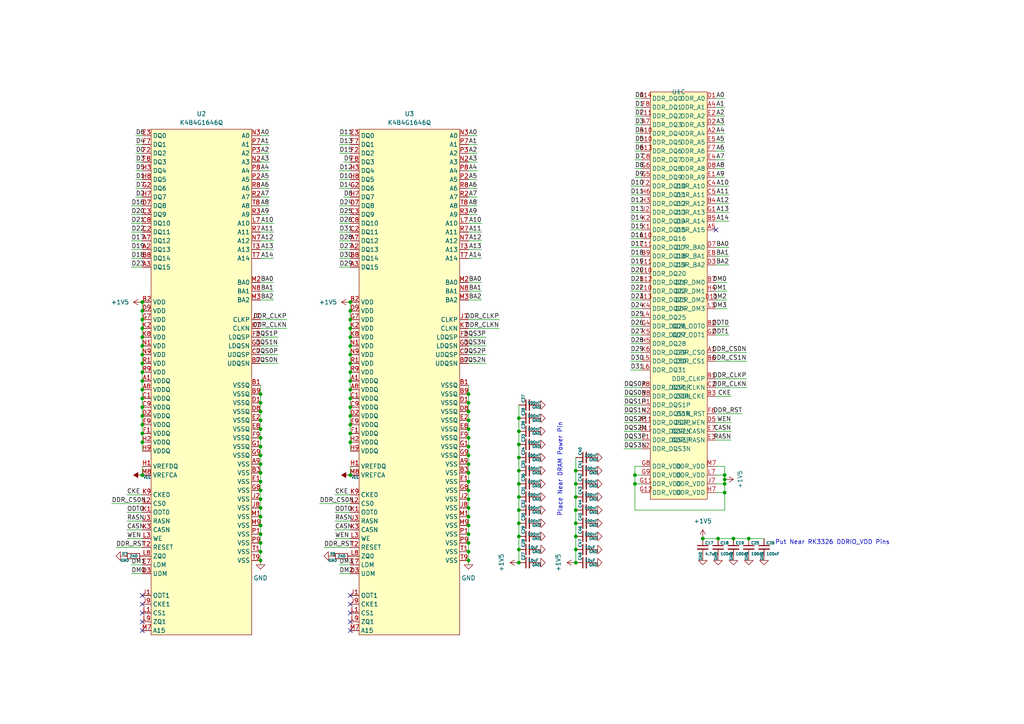
<source format=kicad_sch>
(kicad_sch (version 20230121) (generator eeschema)
  (paper "A4")
  (junction (at 75.565 162.56))
  (junction (at 101.6 120.65))
  (junction (at 135.89 162.56))
  (junction (at 75.565 129.54))
  (junction (at 75.565 147.32))
  (junction (at 75.565 139.7))
  (junction (at 150.495 155.575))
  (junction (at 150.495 140.335))
  (junction (at 135.89 160.02))
  (junction (at 41.275 123.19))
  (junction (at 75.565 142.24))
  (junction (at 101.6 107.95))
  (junction (at 212.725 156.21))
  (junction (at 135.89 137.16))
  (junction (at 75.565 144.78))
  (junction (at 150.495 128.905))
  (junction (at 41.275 118.11))
  (junction (at 135.89 124.46))
  (junction (at 135.89 157.48))
  (junction (at 75.565 152.4))
  (junction (at 135.89 152.4))
  (junction (at 101.6 115.57))
  (junction (at 41.275 128.27))
  (junction (at 208.28 156.21))
  (junction (at 41.275 115.57))
  (junction (at 167.005 147.955))
  (junction (at 203.835 156.21))
  (junction (at 101.6 110.49))
  (junction (at 41.275 137.795))
  (junction (at 167.005 155.575))
  (junction (at 41.275 110.49))
  (junction (at 135.89 119.38))
  (junction (at 41.275 125.73))
  (junction (at 101.6 113.03))
  (junction (at 167.005 151.765))
  (junction (at 150.495 121.285))
  (junction (at 210.185 139.065))
  (junction (at 41.275 120.65))
  (junction (at 167.005 136.525))
  (junction (at 41.275 100.33))
  (junction (at 167.005 144.145))
  (junction (at 41.275 90.17))
  (junction (at 210.185 142.875))
  (junction (at 41.275 102.87))
  (junction (at 101.6 100.33))
  (junction (at 150.495 144.145))
  (junction (at 75.565 124.46))
  (junction (at 41.275 107.95))
  (junction (at 75.565 127))
  (junction (at 101.6 90.17))
  (junction (at 101.6 87.63))
  (junction (at 75.565 157.48))
  (junction (at 41.275 87.63))
  (junction (at 135.89 142.24))
  (junction (at 75.565 149.86))
  (junction (at 135.89 116.84))
  (junction (at 75.565 137.16))
  (junction (at 41.275 92.71))
  (junction (at 101.6 123.19))
  (junction (at 41.275 97.79))
  (junction (at 150.495 163.195))
  (junction (at 75.565 160.02))
  (junction (at 135.89 132.08))
  (junction (at 135.89 127))
  (junction (at 135.89 139.7))
  (junction (at 75.565 132.08))
  (junction (at 135.89 144.78))
  (junction (at 184.15 140.335))
  (junction (at 75.565 121.92))
  (junction (at 150.495 136.525))
  (junction (at 150.495 159.385))
  (junction (at 135.89 114.3))
  (junction (at 135.89 134.62))
  (junction (at 135.89 147.32))
  (junction (at 135.89 121.92))
  (junction (at 41.275 95.25))
  (junction (at 184.15 137.795))
  (junction (at 75.565 134.62))
  (junction (at 167.005 159.385))
  (junction (at 101.6 97.79))
  (junction (at 217.17 156.21))
  (junction (at 41.275 113.03))
  (junction (at 75.565 154.94))
  (junction (at 135.89 149.86))
  (junction (at 41.275 105.41))
  (junction (at 101.6 102.87))
  (junction (at 210.185 140.335))
  (junction (at 150.495 125.095))
  (junction (at 101.6 95.25))
  (junction (at 101.6 105.41))
  (junction (at 101.6 128.27))
  (junction (at 101.6 125.73))
  (junction (at 101.6 137.795))
  (junction (at 101.6 118.11))
  (junction (at 75.565 116.84))
  (junction (at 135.89 129.54))
  (junction (at 75.565 119.38))
  (junction (at 150.495 147.955))
  (junction (at 150.495 132.715))
  (junction (at 210.185 137.795))
  (junction (at 150.495 151.765))
  (junction (at 167.005 163.195))
  (junction (at 167.005 140.335))
  (junction (at 101.6 92.71))
  (junction (at 135.89 154.94))
  (junction (at 75.565 114.3))
  (no_connect (at 41.275 180.34))
  (no_connect (at 207.645 66.675))
  (no_connect (at 101.6 182.88))
  (no_connect (at 41.275 172.72))
  (no_connect (at 101.6 172.72))
  (no_connect (at 41.275 182.88))
  (no_connect (at 101.6 177.8))
  (no_connect (at 41.275 175.26))
  (no_connect (at 101.6 180.34))
  (no_connect (at 101.6 175.26))
  (no_connect (at 41.275 177.8))
  (wire (pts (xy 210.185 38.735) (xy 207.645 38.735)))
  (wire (pts (xy 139.7 64.77) (xy 135.89 64.77)))
  (wire (pts (xy 150.495 155.575) (xy 150.495 151.765)))
  (wire (pts (xy 98.425 44.45) (xy 101.6 44.45)))
  (wire (pts (xy 184.15 51.435) (xy 186.055 51.435)))
  (wire (pts (xy 167.005 155.575) (xy 167.005 151.765)))
  (wire (pts (xy 135.89 119.38) (xy 135.89 116.84)))
  (wire (pts (xy 140.97 102.87) (xy 135.89 102.87)))
  (wire (pts (xy 210.185 31.115) (xy 207.645 31.115)))
  (wire (pts (xy 36.83 148.59) (xy 41.275 148.59)))
  (wire (pts (xy 182.88 86.995) (xy 186.055 86.995)))
  (wire (pts (xy 210.185 46.355) (xy 207.645 46.355)))
  (wire (pts (xy 98.425 54.61) (xy 101.6 54.61)))
  (wire (pts (xy 182.88 61.595) (xy 186.055 61.595)))
  (wire (pts (xy 78.105 57.15) (xy 75.565 57.15)))
  (wire (pts (xy 186.055 140.335) (xy 184.15 140.335)))
  (wire (pts (xy 207.645 137.795) (xy 210.185 137.795)))
  (wire (pts (xy 78.105 46.99) (xy 75.565 46.99)))
  (wire (pts (xy 150.495 140.335) (xy 150.495 144.145)))
  (wire (pts (xy 41.275 125.73) (xy 41.275 128.27)))
  (wire (pts (xy 97.155 151.13) (xy 101.6 151.13)))
  (wire (pts (xy 140.97 97.79) (xy 135.89 97.79)))
  (wire (pts (xy 139.7 81.915) (xy 135.89 81.915)))
  (wire (pts (xy 210.82 84.455) (xy 207.645 84.455)))
  (wire (pts (xy 210.185 147.955) (xy 210.185 142.875)))
  (wire (pts (xy 78.105 62.23) (xy 75.565 62.23)))
  (wire (pts (xy 38.1 77.47) (xy 41.275 77.47)))
  (wire (pts (xy 101.6 95.25) (xy 101.6 97.79)))
  (wire (pts (xy 150.495 121.285) (xy 150.495 125.095)))
  (wire (pts (xy 140.97 100.33) (xy 135.89 100.33)))
  (wire (pts (xy 138.43 57.15) (xy 135.89 57.15)))
  (wire (pts (xy 180.975 112.395) (xy 186.055 112.395)))
  (wire (pts (xy 139.7 67.31) (xy 135.89 67.31)))
  (wire (pts (xy 211.455 53.975) (xy 207.645 53.975)))
  (wire (pts (xy 138.43 49.53) (xy 135.89 49.53)))
  (wire (pts (xy 41.275 118.11) (xy 41.275 120.65)))
  (wire (pts (xy 186.055 137.795) (xy 184.15 137.795)))
  (wire (pts (xy 150.495 128.905) (xy 150.495 132.715)))
  (wire (pts (xy 75.565 127) (xy 75.565 124.46)))
  (wire (pts (xy 135.89 160.02) (xy 135.89 157.48)))
  (wire (pts (xy 210.185 41.275) (xy 207.645 41.275)))
  (wire (pts (xy 216.535 104.775) (xy 207.645 104.775)))
  (wire (pts (xy 78.105 59.69) (xy 75.565 59.69)))
  (wire (pts (xy 138.43 52.07) (xy 135.89 52.07)))
  (wire (pts (xy 150.495 136.525) (xy 150.495 140.335)))
  (wire (pts (xy 182.88 94.615) (xy 186.055 94.615)))
  (wire (pts (xy 99.695 46.99) (xy 101.6 46.99)))
  (wire (pts (xy 78.105 49.53) (xy 75.565 49.53)))
  (wire (pts (xy 182.88 66.675) (xy 186.055 66.675)))
  (wire (pts (xy 75.565 142.24) (xy 75.565 139.7)))
  (wire (pts (xy 184.15 33.655) (xy 186.055 33.655)))
  (wire (pts (xy 36.83 143.51) (xy 41.275 143.51)))
  (wire (pts (xy 79.375 72.39) (xy 75.565 72.39)))
  (wire (pts (xy 182.88 64.135) (xy 186.055 64.135)))
  (wire (pts (xy 135.89 152.4) (xy 135.89 149.86)))
  (wire (pts (xy 41.275 87.63) (xy 41.275 90.17)))
  (wire (pts (xy 180.975 120.015) (xy 186.055 120.015)))
  (wire (pts (xy 75.565 152.4) (xy 75.565 149.86)))
  (wire (pts (xy 135.89 139.7) (xy 135.89 137.16)))
  (wire (pts (xy 210.185 43.815) (xy 207.645 43.815)))
  (wire (pts (xy 184.15 140.335) (xy 184.15 147.955)))
  (wire (pts (xy 101.6 87.63) (xy 101.6 90.17)))
  (wire (pts (xy 144.78 92.71) (xy 135.89 92.71)))
  (wire (pts (xy 38.1 59.69) (xy 41.275 59.69)))
  (wire (pts (xy 38.1 69.85) (xy 41.275 69.85)))
  (wire (pts (xy 38.1 62.23) (xy 41.275 62.23)))
  (wire (pts (xy 210.185 139.065) (xy 210.185 137.795)))
  (wire (pts (xy 211.455 64.135) (xy 207.645 64.135)))
  (wire (pts (xy 93.98 158.75) (xy 101.6 158.75)))
  (wire (pts (xy 182.88 56.515) (xy 186.055 56.515)))
  (wire (pts (xy 36.83 156.21) (xy 41.275 156.21)))
  (wire (pts (xy 79.375 69.85) (xy 75.565 69.85)))
  (wire (pts (xy 32.385 146.05) (xy 41.275 146.05)))
  (wire (pts (xy 101.6 97.79) (xy 101.6 100.33)))
  (wire (pts (xy 207.645 142.875) (xy 210.185 142.875)))
  (wire (pts (xy 182.88 84.455) (xy 186.055 84.455)))
  (wire (pts (xy 92.71 146.05) (xy 101.6 146.05)))
  (wire (pts (xy 211.455 94.615) (xy 207.645 94.615)))
  (wire (pts (xy 41.275 113.03) (xy 41.275 115.57)))
  (wire (pts (xy 101.6 105.41) (xy 101.6 107.95)))
  (wire (pts (xy 75.565 137.16) (xy 75.565 134.62)))
  (wire (pts (xy 207.645 135.255) (xy 210.185 135.255)))
  (wire (pts (xy 101.6 120.65) (xy 101.6 123.19)))
  (wire (pts (xy 150.495 117.475) (xy 150.495 121.285)))
  (wire (pts (xy 135.89 137.16) (xy 135.89 134.62)))
  (wire (pts (xy 138.43 59.69) (xy 135.89 59.69)))
  (wire (pts (xy 211.455 74.295) (xy 207.645 74.295)))
  (wire (pts (xy 140.97 105.41) (xy 135.89 105.41)))
  (wire (pts (xy 211.455 56.515) (xy 207.645 56.515)))
  (wire (pts (xy 98.425 49.53) (xy 101.6 49.53)))
  (wire (pts (xy 83.185 92.71) (xy 75.565 92.71)))
  (wire (pts (xy 150.495 159.385) (xy 150.495 163.195)))
  (wire (pts (xy 138.43 54.61) (xy 135.89 54.61)))
  (wire (pts (xy 75.565 154.94) (xy 75.565 152.4)))
  (wire (pts (xy 203.835 156.21) (xy 208.28 156.21)))
  (wire (pts (xy 78.105 44.45) (xy 75.565 44.45)))
  (wire (pts (xy 135.89 142.24) (xy 135.89 139.7)))
  (wire (pts (xy 182.88 81.915) (xy 186.055 81.915)))
  (wire (pts (xy 210.82 89.535) (xy 207.645 89.535)))
  (wire (pts (xy 210.185 28.575) (xy 207.645 28.575)))
  (wire (pts (xy 182.88 102.235) (xy 186.055 102.235)))
  (wire (pts (xy 39.37 57.15) (xy 41.275 57.15)))
  (wire (pts (xy 210.185 137.795) (xy 210.185 135.255)))
  (wire (pts (xy 41.275 128.27) (xy 41.275 130.81)))
  (wire (pts (xy 75.565 124.46) (xy 75.565 121.92)))
  (wire (pts (xy 97.155 153.67) (xy 101.6 153.67)))
  (wire (pts (xy 101.6 102.87) (xy 101.6 105.41)))
  (wire (pts (xy 41.275 107.95) (xy 41.275 110.49)))
  (wire (pts (xy 167.005 132.715) (xy 167.005 136.525)))
  (wire (pts (xy 180.975 117.475) (xy 186.055 117.475)))
  (wire (pts (xy 139.7 84.455) (xy 135.89 84.455)))
  (wire (pts (xy 212.09 125.095) (xy 207.645 125.095)))
  (wire (pts (xy 39.37 46.99) (xy 41.275 46.99)))
  (wire (pts (xy 212.09 114.935) (xy 207.645 114.935)))
  (wire (pts (xy 182.88 104.775) (xy 186.055 104.775)))
  (wire (pts (xy 75.565 139.7) (xy 75.565 137.16)))
  (wire (pts (xy 139.7 72.39) (xy 135.89 72.39)))
  (wire (pts (xy 182.88 76.835) (xy 186.055 76.835)))
  (wire (pts (xy 101.6 118.11) (xy 101.6 120.65)))
  (wire (pts (xy 184.15 43.815) (xy 186.055 43.815)))
  (wire (pts (xy 98.425 69.85) (xy 101.6 69.85)))
  (wire (pts (xy 97.155 156.21) (xy 101.6 156.21)))
  (wire (pts (xy 135.89 149.86) (xy 135.89 147.32)))
  (wire (pts (xy 41.275 115.57) (xy 41.275 118.11)))
  (wire (pts (xy 138.43 62.23) (xy 135.89 62.23)))
  (wire (pts (xy 135.89 124.46) (xy 135.89 121.92)))
  (wire (pts (xy 41.275 92.71) (xy 41.275 95.25)))
  (wire (pts (xy 182.88 107.315) (xy 186.055 107.315)))
  (wire (pts (xy 167.005 136.525) (xy 167.005 140.335)))
  (wire (pts (xy 184.15 137.795) (xy 184.15 140.335)))
  (wire (pts (xy 150.495 155.575) (xy 150.495 159.385)))
  (wire (pts (xy 184.15 135.255) (xy 184.15 137.795)))
  (wire (pts (xy 97.155 143.51) (xy 101.6 143.51)))
  (wire (pts (xy 41.275 102.87) (xy 41.275 105.41)))
  (wire (pts (xy 33.655 158.75) (xy 41.275 158.75)))
  (wire (pts (xy 135.89 157.48) (xy 135.89 154.94)))
  (wire (pts (xy 80.645 102.87) (xy 75.565 102.87)))
  (wire (pts (xy 184.15 46.355) (xy 186.055 46.355)))
  (wire (pts (xy 180.975 125.095) (xy 186.055 125.095)))
  (wire (pts (xy 98.425 77.47) (xy 101.6 77.47)))
  (wire (pts (xy 135.89 162.56) (xy 135.89 160.02)))
  (wire (pts (xy 98.425 67.31) (xy 101.6 67.31)))
  (wire (pts (xy 167.005 151.765) (xy 167.005 147.955)))
  (wire (pts (xy 211.455 76.835) (xy 207.645 76.835)))
  (wire (pts (xy 75.565 160.02) (xy 75.565 157.48)))
  (wire (pts (xy 38.1 166.37) (xy 41.275 166.37)))
  (wire (pts (xy 216.535 109.855) (xy 207.645 109.855)))
  (wire (pts (xy 150.495 144.145) (xy 150.495 147.955)))
  (wire (pts (xy 75.565 134.62) (xy 75.565 132.08)))
  (wire (pts (xy 184.15 38.735) (xy 186.055 38.735)))
  (wire (pts (xy 135.89 129.54) (xy 135.89 127)))
  (wire (pts (xy 167.005 159.385) (xy 167.005 163.195)))
  (wire (pts (xy 210.82 81.915) (xy 207.645 81.915)))
  (wire (pts (xy 39.37 49.53) (xy 41.275 49.53)))
  (wire (pts (xy 101.6 123.19) (xy 101.6 125.73)))
  (wire (pts (xy 98.425 41.91) (xy 101.6 41.91)))
  (wire (pts (xy 182.88 92.075) (xy 186.055 92.075)))
  (wire (pts (xy 98.425 62.23) (xy 101.6 62.23)))
  (wire (pts (xy 210.185 140.335) (xy 210.185 139.065)))
  (wire (pts (xy 79.375 74.93) (xy 75.565 74.93)))
  (wire (pts (xy 210.185 48.895) (xy 207.645 48.895)))
  (wire (pts (xy 75.565 119.38) (xy 75.565 116.84)))
  (wire (pts (xy 182.88 79.375) (xy 186.055 79.375)))
  (wire (pts (xy 167.005 140.335) (xy 167.005 144.145)))
  (wire (pts (xy 41.275 95.25) (xy 41.275 97.79)))
  (wire (pts (xy 75.565 97.79) (xy 80.645 97.79)))
  (wire (pts (xy 182.88 74.295) (xy 186.055 74.295)))
  (wire (pts (xy 41.275 100.33) (xy 41.275 102.87)))
  (wire (pts (xy 139.7 74.93) (xy 135.89 74.93)))
  (wire (pts (xy 78.105 39.37) (xy 75.565 39.37)))
  (wire (pts (xy 210.82 86.995) (xy 207.645 86.995)))
  (wire (pts (xy 167.005 144.145) (xy 167.005 147.955)))
  (wire (pts (xy 182.88 53.975) (xy 186.055 53.975)))
  (wire (pts (xy 138.43 39.37) (xy 135.89 39.37)))
  (wire (pts (xy 79.375 84.455) (xy 75.565 84.455)))
  (wire (pts (xy 210.185 142.875) (xy 210.185 140.335)))
  (wire (pts (xy 210.185 51.435) (xy 207.645 51.435)))
  (wire (pts (xy 180.975 122.555) (xy 186.055 122.555)))
  (wire (pts (xy 80.645 105.41) (xy 75.565 105.41)))
  (wire (pts (xy 139.7 69.85) (xy 135.89 69.85)))
  (wire (pts (xy 135.89 134.62) (xy 135.89 132.08)))
  (wire (pts (xy 75.565 129.54) (xy 75.565 127)))
  (wire (pts (xy 75.565 147.32) (xy 75.565 144.78)))
  (wire (pts (xy 41.275 123.19) (xy 41.275 125.73)))
  (wire (pts (xy 211.455 71.755) (xy 207.645 71.755)))
  (wire (pts (xy 180.975 114.935) (xy 186.055 114.935)))
  (wire (pts (xy 39.37 39.37) (xy 41.275 39.37)))
  (wire (pts (xy 75.565 121.92) (xy 75.565 119.38)))
  (wire (pts (xy 211.455 61.595) (xy 207.645 61.595)))
  (wire (pts (xy 184.15 36.195) (xy 186.055 36.195)))
  (wire (pts (xy 101.6 135.255) (xy 101.6 137.795)))
  (wire (pts (xy 212.725 156.21) (xy 217.17 156.21)))
  (wire (pts (xy 150.495 132.715) (xy 150.495 136.525)))
  (wire (pts (xy 75.565 100.33) (xy 80.645 100.33)))
  (wire (pts (xy 135.89 147.32) (xy 135.89 144.78)))
  (wire (pts (xy 98.425 59.69) (xy 101.6 59.69)))
  (wire (pts (xy 98.425 72.39) (xy 101.6 72.39)))
  (wire (pts (xy 78.105 41.91) (xy 75.565 41.91)))
  (wire (pts (xy 135.89 132.08) (xy 135.89 129.54)))
  (wire (pts (xy 184.15 48.895) (xy 186.055 48.895)))
  (wire (pts (xy 101.6 100.33) (xy 101.6 102.87)))
  (wire (pts (xy 36.83 151.13) (xy 41.275 151.13)))
  (wire (pts (xy 208.28 156.21) (xy 212.725 156.21)))
  (wire (pts (xy 135.89 114.3) (xy 135.89 111.76)))
  (wire (pts (xy 135.89 121.92) (xy 135.89 119.38)))
  (wire (pts (xy 75.565 132.08) (xy 75.565 129.54)))
  (wire (pts (xy 216.535 102.235) (xy 207.645 102.235)))
  (wire (pts (xy 41.275 110.49) (xy 41.275 113.03)))
  (wire (pts (xy 97.155 148.59) (xy 101.6 148.59)))
  (wire (pts (xy 38.1 72.39) (xy 41.275 72.39)))
  (wire (pts (xy 101.6 128.27) (xy 101.6 130.81)))
  (wire (pts (xy 207.645 140.335) (xy 210.185 140.335)))
  (wire (pts (xy 41.275 97.79) (xy 41.275 100.33)))
  (wire (pts (xy 210.185 33.655) (xy 207.645 33.655)))
  (wire (pts (xy 98.425 52.07) (xy 101.6 52.07)))
  (wire (pts (xy 98.425 166.37) (xy 101.6 166.37)))
  (wire (pts (xy 41.275 135.255) (xy 41.275 137.795)))
  (wire (pts (xy 182.88 59.055) (xy 186.055 59.055)))
  (wire (pts (xy 184.15 147.955) (xy 210.185 147.955)))
  (wire (pts (xy 99.695 57.15) (xy 101.6 57.15)))
  (wire (pts (xy 38.1 67.31) (xy 41.275 67.31)))
  (wire (pts (xy 182.88 97.155) (xy 186.055 97.155)))
  (wire (pts (xy 38.1 163.83) (xy 41.275 163.83)))
  (wire (pts (xy 150.495 151.765) (xy 150.495 147.955)))
  (wire (pts (xy 41.275 90.17) (xy 41.275 92.71)))
  (wire (pts (xy 75.565 116.84) (xy 75.565 114.3)))
  (wire (pts (xy 98.425 163.83) (xy 101.6 163.83)))
  (wire (pts (xy 79.375 64.77) (xy 75.565 64.77)))
  (wire (pts (xy 79.375 81.915) (xy 75.565 81.915)))
  (wire (pts (xy 101.6 113.03) (xy 101.6 115.57)))
  (wire (pts (xy 210.185 36.195) (xy 207.645 36.195)))
  (wire (pts (xy 101.6 115.57) (xy 101.6 118.11)))
  (wire (pts (xy 138.43 41.91) (xy 135.89 41.91)))
  (wire (pts (xy 135.89 116.84) (xy 135.89 114.3)))
  (wire (pts (xy 75.565 114.3) (xy 75.565 111.76)))
  (wire (pts (xy 212.09 127.635) (xy 207.645 127.635)))
  (wire (pts (xy 184.15 31.115) (xy 186.055 31.115)))
  (wire (pts (xy 135.89 127) (xy 135.89 124.46)))
  (wire (pts (xy 38.1 64.77) (xy 41.275 64.77)))
  (wire (pts (xy 101.6 92.71) (xy 101.6 95.25)))
  (wire (pts (xy 39.37 52.07) (xy 41.275 52.07)))
  (wire (pts (xy 186.055 135.255) (xy 184.15 135.255)))
  (wire (pts (xy 101.6 110.49) (xy 101.6 113.03)))
  (wire (pts (xy 138.43 46.99) (xy 135.89 46.99)))
  (wire (pts (xy 182.88 71.755) (xy 186.055 71.755)))
  (wire (pts (xy 75.565 144.78) (xy 75.565 142.24)))
  (wire (pts (xy 38.1 74.93) (xy 41.275 74.93)))
  (wire (pts (xy 135.89 144.78) (xy 135.89 142.24)))
  (wire (pts (xy 39.37 54.61) (xy 41.275 54.61)))
  (wire (pts (xy 180.975 127.635) (xy 186.055 127.635)))
  (wire (pts (xy 167.005 155.575) (xy 167.005 159.385)))
  (wire (pts (xy 182.88 69.215) (xy 186.055 69.215)))
  (wire (pts (xy 98.425 64.77) (xy 101.6 64.77)))
  (wire (pts (xy 39.37 41.91) (xy 41.275 41.91)))
  (wire (pts (xy 98.425 74.93) (xy 101.6 74.93)))
  (wire (pts (xy 78.105 52.07) (xy 75.565 52.07)))
  (wire (pts (xy 217.17 156.21) (xy 221.615 156.21)))
  (wire (pts (xy 215.265 120.015) (xy 207.645 120.015)))
  (wire (pts (xy 211.455 59.055) (xy 207.645 59.055)))
  (wire (pts (xy 144.78 95.25) (xy 135.89 95.25)))
  (wire (pts (xy 150.495 125.095) (xy 150.495 128.905)))
  (wire (pts (xy 75.565 149.86) (xy 75.565 147.32)))
  (wire (pts (xy 36.83 153.67) (xy 41.275 153.67)))
  (wire (pts (xy 41.275 105.41) (xy 41.275 107.95)))
  (wire (pts (xy 75.565 157.48) (xy 75.565 154.94)))
  (wire (pts (xy 101.6 107.95) (xy 101.6 110.49)))
  (wire (pts (xy 184.15 28.575) (xy 186.055 28.575)))
  (wire (pts (xy 138.43 44.45) (xy 135.89 44.45)))
  (wire (pts (xy 135.89 154.94) (xy 135.89 152.4)))
  (wire (pts (xy 180.975 130.175) (xy 186.055 130.175)))
  (wire (pts (xy 184.15 41.275) (xy 186.055 41.275)))
  (wire (pts (xy 182.88 89.535) (xy 186.055 89.535)))
  (wire (pts (xy 39.37 44.45) (xy 41.275 44.45)))
  (wire (pts (xy 78.105 54.61) (xy 75.565 54.61)))
  (wire (pts (xy 216.535 112.395) (xy 207.645 112.395)))
  (wire (pts (xy 79.375 67.31) (xy 75.565 67.31)))
  (wire (pts (xy 211.455 97.155) (xy 207.645 97.155)))
  (wire (pts (xy 41.275 120.65) (xy 41.275 123.19)))
  (wire (pts (xy 101.6 125.73) (xy 101.6 128.27)))
  (wire (pts (xy 75.565 162.56) (xy 75.565 160.02)))
  (wire (pts (xy 212.09 122.555) (xy 207.645 122.555)))
  (wire (pts (xy 182.88 99.695) (xy 186.055 99.695)))
  (wire (pts (xy 101.6 90.17) (xy 101.6 92.71)))
  (wire (pts (xy 79.375 86.995) (xy 75.565 86.995)))
  (wire (pts (xy 98.425 39.37) (xy 101.6 39.37)))
  (wire (pts (xy 83.185 95.25) (xy 75.565 95.25)))
  (wire (pts (xy 139.7 86.995) (xy 135.89 86.995)))
  (text "Place Near DRAM Power Pin" (at 163.195 149.86 90) (effects (font (size 1.27 1.27)) (justify left bottom)))
  (text "Put Near RK3326 DDRIO_VDD Pins" (at 224.79 158.115 0) (effects (font (size 1.27 1.27)) (justify left bottom)))
  (label "WEN" (at 97.155 156.21 0))
  (label "D8" (at 99.695 57.15 0))
  (label "A12" (at 79.375 69.85 180))
  (label "D14" (at 98.425 54.61 0))
  (label "D21" (at 182.88 81.915 0))
  (label "D28" (at 98.425 69.85 0))
  (label "DQS3N" (at 180.975 130.175 0))
  (label "A7" (at 138.43 57.15 180))
  (label "D30" (at 98.425 74.93 0))
  (label "DDR_RST" (at 215.265 120.015 180))
  (label "D8" (at 184.15 48.895 0))
  (label "DDR_CLKP" (at 144.78 92.71 180))
  (label "WEN" (at 36.83 156.21 0))
  (label "D22" (at 38.1 67.31 0))
  (label "D27" (at 98.425 72.39 0))
  (label "D13" (at 98.425 41.91 0))
  (label "DQS0P" (at 180.975 112.395 0))
  (label "D23" (at 38.1 77.47 0))
  (label "D25" (at 182.88 92.075 0))
  (label "D1" (at 184.15 31.115 0))
  (label "A8" (at 78.105 59.69 180))
  (label "A14" (at 211.455 64.135 180))
  (label "A9" (at 138.43 62.23 180))
  (label "D10" (at 98.425 52.07 0))
  (label "CKE" (at 212.09 114.935 180))
  (label "D12" (at 98.425 49.53 0))
  (label "BA1" (at 211.455 74.295 180))
  (label "CASN" (at 212.09 125.095 180))
  (label "DDR_CS0N" (at 92.71 146.05 0))
  (label "DDR_CLKN" (at 144.78 95.25 180))
  (label "D24" (at 98.425 59.69 0))
  (label "A12" (at 139.7 69.85 180))
  (label "D19" (at 182.88 76.835 0))
  (label "D16" (at 182.88 69.215 0))
  (label "D18" (at 182.88 74.295 0))
  (label "DM3" (at 98.425 163.83 0))
  (label "WEN" (at 212.09 122.555 180))
  (label "DDR_RST" (at 33.655 158.75 0))
  (label "BA0" (at 211.455 71.755 180))
  (label "D3" (at 184.15 36.195 0))
  (label "A11" (at 211.455 56.515 180))
  (label "D11" (at 182.88 56.515 0))
  (label "DDR_CS0N" (at 216.535 102.235 180))
  (label "D15" (at 98.425 44.45 0))
  (label "D10" (at 182.88 53.975 0))
  (label "D21" (at 38.1 64.77 0))
  (label "A10" (at 139.7 64.77 180))
  (label "A1" (at 210.185 31.115 180))
  (label "A2" (at 78.105 44.45 180))
  (label "CKE" (at 97.155 143.51 0))
  (label "A6" (at 138.43 54.61 180))
  (label "CKE" (at 36.83 143.51 0))
  (label "A4" (at 210.185 38.735 180))
  (label "A3" (at 210.185 36.195 180))
  (label "D6" (at 39.37 39.37 0))
  (label "D6" (at 184.15 43.815 0))
  (label "D31" (at 182.88 107.315 0))
  (label "A1" (at 78.105 41.91 180))
  (label "DQS1P" (at 80.645 97.79 180))
  (label "D7" (at 39.37 54.61 0))
  (label "D26" (at 182.88 94.615 0))
  (label "A0" (at 210.185 28.575 180))
  (label "CASN" (at 36.83 153.67 0))
  (label "D26" (at 98.425 64.77 0))
  (label "DDR_CS1N" (at 216.535 104.775 180))
  (label "A10" (at 79.375 64.77 180))
  (label "DM2" (at 210.82 86.995 180))
  (label "A2" (at 138.43 44.45 180))
  (label "DQS0N" (at 180.975 114.935 0))
  (label "D7" (at 184.15 46.355 0))
  (label "DM1" (at 210.82 84.455 180))
  (label "D0" (at 39.37 44.45 0))
  (label "DQS0N" (at 80.645 105.41 180))
  (label "D13" (at 182.88 61.595 0))
  (label "D15" (at 182.88 66.675 0))
  (label "DQS1P" (at 180.975 117.475 0))
  (label "D24" (at 182.88 89.535 0))
  (label "RASN" (at 212.09 127.635 180))
  (label "ODT0" (at 36.83 148.59 0))
  (label "BA2" (at 211.455 76.835 180))
  (label "A0" (at 78.105 39.37 180))
  (label "DDR_CS0N" (at 32.385 146.05 0))
  (label "DM2" (at 98.425 166.37 0))
  (label "BA0" (at 139.7 81.915 180))
  (label "BA0" (at 79.375 81.915 180))
  (label "D4" (at 39.37 41.91 0))
  (label "ODT0" (at 211.455 94.615 180))
  (label "A10" (at 211.455 53.975 180))
  (label "D1" (at 39.37 52.07 0))
  (label "A13" (at 211.455 61.595 180))
  (label "DQS2P" (at 140.97 102.87 180))
  (label "DQS2N" (at 180.975 125.095 0))
  (label "A11" (at 79.375 67.31 180))
  (label "D4" (at 184.15 38.735 0))
  (label "A9" (at 78.105 62.23 180))
  (label "DQS1N" (at 80.645 100.33 180))
  (label "A3" (at 78.105 46.99 180))
  (label "A6" (at 78.105 54.61 180))
  (label "DQS2P" (at 180.975 122.555 0))
  (label "A13" (at 139.7 72.39 180))
  (label "DQS2N" (at 140.97 105.41 180))
  (label "ODT0" (at 97.155 148.59 0))
  (label "D9" (at 184.15 51.435 0))
  (label "DDR_CLKP" (at 83.185 92.71 180))
  (label "A5" (at 210.185 41.275 180))
  (label "BA1" (at 79.375 84.455 180))
  (label "A5" (at 138.43 52.07 180))
  (label "D20" (at 38.1 62.23 0))
  (label "D28" (at 182.88 99.695 0))
  (label "D2" (at 184.15 33.655 0))
  (label "D17" (at 182.88 71.755 0))
  (label "D30" (at 182.88 104.775 0))
  (label "A4" (at 78.105 49.53 180))
  (label "A9" (at 210.185 51.435 180))
  (label "A8" (at 138.43 59.69 180))
  (label "D31" (at 98.425 67.31 0))
  (label "D20" (at 182.88 79.375 0))
  (label "A8" (at 210.185 48.895 180))
  (label "DM3" (at 210.82 89.535 180))
  (label "DM1" (at 38.1 163.83 0))
  (label "DQS3N" (at 140.97 100.33 180))
  (label "A14" (at 79.375 74.93 180))
  (label "D5" (at 39.37 49.53 0))
  (label "DQS1N" (at 180.975 120.015 0))
  (label "A14" (at 139.7 74.93 180))
  (label "A7" (at 78.105 57.15 180))
  (label "ODT1" (at 211.455 97.155 180))
  (label "D9" (at 99.695 46.99 0))
  (label "D2" (at 39.37 57.15 0))
  (label "A7" (at 210.185 46.355 180))
  (label "DDR_CLKN" (at 83.185 95.25 180))
  (label "D3" (at 39.37 46.99 0))
  (label "D19" (at 38.1 72.39 0))
  (label "D12" (at 182.88 59.055 0))
  (label "A3" (at 138.43 46.99 180))
  (label "D29" (at 182.88 102.235 0))
  (label "A13" (at 79.375 72.39 180))
  (label "BA2" (at 79.375 86.995 180))
  (label "DQS0P" (at 80.645 102.87 180))
  (label "CASN" (at 97.155 153.67 0))
  (label "DQS3P" (at 180.975 127.635 0))
  (label "A4" (at 138.43 49.53 180))
  (label "D0" (at 184.15 28.575 0))
  (label "BA1" (at 139.7 84.455 180))
  (label "DM0" (at 38.1 166.37 0))
  (label "A0" (at 138.43 39.37 180))
  (label "D16" (at 38.1 59.69 0))
  (label "RASN" (at 36.83 151.13 0))
  (label "D25" (at 98.425 62.23 0))
  (label "D17" (at 38.1 69.85 0))
  (label "DDR_RST" (at 93.98 158.75 0))
  (label "RASN" (at 97.155 151.13 0))
  (label "D22" (at 182.88 84.455 0))
  (label "A12" (at 211.455 59.055 180))
  (label "A6" (at 210.185 43.815 180))
  (label "BA2" (at 139.7 86.995 180))
  (label "D23" (at 182.88 86.995 0))
  (label "DDR_CLKP" (at 216.535 109.855 180))
  (label "D27" (at 182.88 97.155 0))
  (label "A11" (at 139.7 67.31 180))
  (label "D11" (at 98.425 39.37 0))
  (label "D29" (at 98.425 77.47 0))
  (label "D18" (at 38.1 74.93 0))
  (label "DQS3P" (at 140.97 97.79 180))
  (label "A5" (at 78.105 52.07 180))
  (label "D14" (at 182.88 64.135 0))
  (label "A1" (at 138.43 41.91 180))
  (label "A2" (at 210.185 33.655 180))
  (label "D5" (at 184.15 41.275 0))
  (label "DM0" (at 210.82 81.915 180))
  (label "DDR_CLKN" (at 216.535 112.395 180))
  (symbol (lib_id "power:VEE") (at 101.6 137.795 90) (unit 1)
    (property "Reference" "#PWR0162" (effects hide))
    (property "Value" "VEE" (at 104.14 138.43 90) (effects (font (size 0.8 0.8)) (justify left)))
  )
  (symbol (lib_id "Device:C_Small") (at 169.545 132.715 90) (unit 1)
    (property "Reference" "C40" (at 168.275 132.08 0) (effects (font (size 0.8 0.8)) (justify left)))
    (property "Value" "100nF" (at 173.355 132.08 90) (effects (font (size 0.8 0.8)) (justify left)))
  )
  (symbol (lib_id "Device:C_Small") (at 153.035 132.715 90) (unit 1)
    (property "Reference" "C34" (at 151.765 132.08 0) (effects (font (size 0.8 0.8)) (justify left)))
    (property "Value" "100nF" (at 156.845 132.08 90) (effects (font (size 0.8 0.8)) (justify left)))
  )
  (symbol (lib_id "power:GND") (at 172.085 155.575 90) (unit 1)
    (property "Reference" "#PWR0134" (effects hide))
    (property "Value" "GND" (at 172.085 156.21 90) (effects (font (size 0.8 0.8))))
  )
  (symbol (lib_id "Device:C_Small") (at 208.28 158.75 0) (unit 1)
    (property "Reference" "C18" (at 208.915 157.48 0) (effects (font (size 0.8 0.8)) (justify left)))
    (property "Value" "100nF" (at 208.915 160.655 0) (effects (font (size 0.8 0.8)) (justify left)))
  )
  (symbol (lib_id "Device:C_Small") (at 169.545 159.385 90) (unit 1)
    (property "Reference" "C47" (at 168.275 158.75 0) (effects (font (size 0.8 0.8)) (justify left)))
    (property "Value" "10uF" (at 172.72 158.75 90) (effects (font (size 0.8 0.8)) (justify left)))
  )
  (symbol (lib_id "Device:C_Small") (at 169.545 163.195 90) (unit 1)
    (property "Reference" "C48" (at 168.275 162.56 0) (effects (font (size 0.8 0.8)) (justify left)))
    (property "Value" "10uF" (at 172.72 162.56 90) (effects (font (size 0.8 0.8)) (justify left)))
  )
  (symbol (lib_id "Device:C_Small") (at 169.545 155.575 90) (unit 1)
    (property "Reference" "C46" (at 168.275 154.94 0) (effects (font (size 0.8 0.8)) (justify left)))
    (property "Value" "100nF" (at 173.355 154.94 90) (effects (font (size 0.8 0.8)) (justify left)))
  )
  (symbol (lib_id "power:GND") (at 172.085 147.955 90) (unit 1)
    (property "Reference" "#PWR0136" (effects hide))
    (property "Value" "GND" (at 172.085 148.59 90) (effects (font (size 0.8 0.8))))
  )
  (symbol (lib_id "power:GND") (at 155.575 155.575 90) (unit 1)
    (property "Reference" "#PWR0142" (effects hide))
    (property "Value" "GND" (at 155.575 156.21 90) (effects (font (size 0.8 0.8))))
  )
  (symbol (lib_id "power:+1V5") (at 167.005 163.195 90) (unit 1)
    (property "Reference" "#PWR0139" (effects hide))
    (property "Value" "+1V5" (at 161.925 163.195 0))
  )
  (symbol (lib_id "power:GND") (at 155.575 132.715 90) (unit 1)
    (property "Reference" "#PWR0157" (effects hide))
    (property "Value" "GND" (at 155.575 133.35 90) (effects (font (size 0.8 0.8))))
  )
  (symbol (lib_id "power:GND") (at 172.085 136.525 90) (unit 1)
    (property "Reference" "#PWR0152" (effects hide))
    (property "Value" "GND" (at 172.085 137.16 90) (effects (font (size 0.8 0.8))))
  )
  (symbol (lib_id "power:GND") (at 36.195 161.29 270) (unit 1)
    (property "Reference" "#PWR0160" (effects hide))
    (property "Value" "GND" (at 37.465 162.56 90) (effects (font (size 0.8 0.8)) (justify right)))
  )
  (symbol (lib_id "Device:C_Small") (at 169.545 144.145 90) (unit 1)
    (property "Reference" "C43" (at 168.275 143.51 0) (effects (font (size 0.8 0.8)) (justify left)))
    (property "Value" "100nF" (at 173.355 143.51 90) (effects (font (size 0.8 0.8)) (justify left)))
  )
  (symbol (lib_id "power:GND") (at 203.835 161.29 0) (unit 1)
    (property "Reference" "#PWR0133" (effects hide))
    (property "Value" "GND" (at 203.2 161.29 90) (effects (font (size 0.8 0.8))))
  )
  (symbol (lib_id "Device:C_Small") (at 153.035 140.335 90) (unit 1)
    (property "Reference" "C36" (at 151.765 139.7 0) (effects (font (size 0.8 0.8)) (justify left)))
    (property "Value" "100nF" (at 156.845 139.7 90) (effects (font (size 0.8 0.8)) (justify left)))
  )
  (symbol (lib_id "power:GND") (at 96.52 161.29 270) (unit 1)
    (property "Reference" "#PWR0158" (effects hide))
    (property "Value" "GND" (at 97.79 162.56 90) (effects (font (size 0.8 0.8)) (justify right)))
  )
  (symbol (lib_id "power:+1V5") (at 41.275 87.63 90) (unit 1)
    (property "Reference" "#PWR0159" (effects hide))
    (property "Value" "+1V5" (at 37.465 87.63 90) (effects (justify left)))
  )
  (symbol (lib_id "power:GND") (at 155.575 121.285 90) (unit 1)
    (property "Reference" "#PWR0154" (effects hide))
    (property "Value" "GND" (at 155.575 121.92 90) (effects (font (size 0.8 0.8))))
  )
  (symbol (lib_id "power:GND") (at 155.575 117.475 90) (unit 1)
    (property "Reference" "#PWR0155" (effects hide))
    (property "Value" "GND" (at 155.575 118.11 90) (effects (font (size 0.8 0.8))))
  )
  (symbol (lib_id "power:GND") (at 155.575 136.525 90) (unit 1)
    (property "Reference" "#PWR0156" (effects hide))
    (property "Value" "GND" (at 155.575 137.16 90) (effects (font (size 0.8 0.8))))
  )
  (symbol (lib_id "Device:C_Small") (at 153.035 163.195 90) (unit 1)
    (property "Reference" "C27" (at 151.765 162.56 0) (effects (font (size 0.8 0.8)) (justify left)))
    (property "Value" "10uF" (at 156.21 162.56 90) (effects (font (size 0.8 0.8)) (justify left)))
  )
  (symbol (lib_id "Device:C_Small") (at 221.615 158.75 0) (unit 1)
    (property "Reference" "C26" (at 222.25 157.48 0) (effects (font (size 0.8 0.8)) (justify left)))
    (property "Value" "100nF" (at 222.25 160.655 0) (effects (font (size 0.8 0.8)) (justify left)))
  )
  (symbol (lib_id "power:GND") (at 75.565 162.56 0) (unit 1)
    (property "Reference" "#PWR0163" (effects hide))
    (property "Value" "GND" (at 75.565 167.64 0))
  )
  (symbol (lib_id "power:GND") (at 155.575 163.195 90) (unit 1)
    (property "Reference" "#PWR0145" (effects hide))
    (property "Value" "GND" (at 155.575 163.83 90) (effects (font (size 0.8 0.8))))
  )
  (symbol (lib_id "Device:C_Small") (at 153.035 121.285 90) (unit 1)
    (property "Reference" "C38" (at 151.765 120.65 0) (effects (font (size 0.8 0.8)) (justify left)))
    (property "Value" "100nF" (at 156.845 120.65 90) (effects (font (size 0.8 0.8)) (justify left)))
  )
  (symbol (lib_id "Symbols:K4B4G1646Q") (at 118.745 36.195 0) (unit 1)
    (property "Reference" "U3" (at 118.745 33.02 0))
    (property "Value" "K4B4G1646Q" (at 118.745 35.56 0))
    (property "Footprint" "Library:FBGA-96_10x13.3mm" (effects hide))
  )
  (symbol (lib_id "Device:C_Small") (at 203.835 158.75 0) (unit 1)
    (property "Reference" "C17" (at 204.47 157.48 0) (effects (font (size 0.8 0.8)) (justify left)))
    (property "Value" "4.7uF" (at 204.47 160.655 0) (effects (font (size 0.8 0.8)) (justify left)))
  )
  (symbol (lib_id "power:GND") (at 135.89 162.56 0) (unit 1)
    (property "Reference" "#PWR0165" (effects hide))
    (property "Value" "GND" (at 135.89 167.64 0))
  )
  (symbol (lib_id "power:GND") (at 155.575 140.335 90) (unit 1)
    (property "Reference" "#PWR0149" (effects hide))
    (property "Value" "GND" (at 155.575 140.97 90) (effects (font (size 0.8 0.8))))
  )
  (symbol (lib_id "Device:C_Small") (at 153.035 155.575 90) (unit 1)
    (property "Reference" "C29" (at 151.765 154.94 0) (effects (font (size 0.8 0.8)) (justify left)))
    (property "Value" "100nF" (at 156.845 154.94 90) (effects (font (size 0.8 0.8)) (justify left)))
  )
  (symbol (lib_id "Device:C_Small") (at 169.545 147.955 90) (unit 1)
    (property "Reference" "C44" (at 168.275 147.32 0) (effects (font (size 0.8 0.8)) (justify left)))
    (property "Value" "100nF" (at 173.355 147.32 90) (effects (font (size 0.8 0.8)) (justify left)))
  )
  (symbol (lib_id "power:GND") (at 172.085 132.715 90) (unit 1)
    (property "Reference" "#PWR0153" (effects hide))
    (property "Value" "GND" (at 172.085 133.35 90) (effects (font (size 0.8 0.8))))
  )
  (symbol (lib_id "Symbols:RK3128") (at 196.85 26.67 0) (mirror y) (unit 3)
    (property "Reference" "U1" (at 196.85 26.67 0))
    (property "Value" "~" (at 196.85 26.67 0))
  )
  (symbol (lib_id "Device:C_Small") (at 153.035 147.955 90) (unit 1)
    (property "Reference" "C32" (at 151.765 147.32 0) (effects (font (size 0.8 0.8)) (justify left)))
    (property "Value" "100nF" (at 156.845 147.32 90) (effects (font (size 0.8 0.8)) (justify left)))
  )
  (symbol (lib_id "power:GND") (at 172.085 163.195 90) (unit 1)
    (property "Reference" "#PWR0140" (effects hide))
    (property "Value" "GND" (at 172.085 163.83 90) (effects (font (size 0.8 0.8))))
  )
  (symbol (lib_id "power:GND") (at 208.28 161.29 0) (unit 1)
    (property "Reference" "#PWR0131" (effects hide))
    (property "Value" "GND" (at 207.645 161.29 90) (effects (font (size 0.8 0.8))))
  )
  (symbol (lib_name "K4B4G1646Q_1") (lib_id "Symbols:K4B4G1646Q") (at 58.42 36.195 0) (unit 1)
    (property "Reference" "U2" (at 58.42 33.02 0))
    (property "Value" "K4B4G1646Q" (at 58.42 35.56 0))
    (property "Footprint" "Library:FBGA-96_10x13.3mm" (effects hide))
  )
  (symbol (lib_id "power:GND") (at 172.085 151.765 90) (unit 1)
    (property "Reference" "#PWR0135" (effects hide))
    (property "Value" "GND" (at 172.085 152.4 90) (effects (font (size 0.8 0.8))))
  )
  (symbol (lib_id "power:+1V5") (at 150.495 163.195 90) (unit 1)
    (property "Reference" "#PWR0144" (effects hide))
    (property "Value" "+1V5" (at 145.415 163.195 0))
  )
  (symbol (lib_id "power:+1V5") (at 203.835 156.21 0) (unit 1)
    (property "Reference" "#PWR0132" (effects hide))
    (property "Value" "+1V5" (at 203.835 151.13 0))
  )
  (symbol (lib_id "Device:C_Small") (at 153.035 125.095 90) (unit 1)
    (property "Reference" "C39" (at 151.765 124.46 0) (effects (font (size 0.8 0.8)) (justify left)))
    (property "Value" "100nF" (at 156.845 124.46 90) (effects (font (size 0.8 0.8)) (justify left)))
  )
  (symbol (lib_id "power:GND") (at 155.575 147.955 90) (unit 1)
    (property "Reference" "#PWR0147" (effects hide))
    (property "Value" "GND" (at 155.575 148.59 90) (effects (font (size 0.8 0.8))))
  )
  (symbol (lib_id "Device:C_Small") (at 153.035 136.525 90) (unit 1)
    (property "Reference" "C35" (at 151.765 135.89 0) (effects (font (size 0.8 0.8)) (justify left)))
    (property "Value" "100nF" (at 156.845 135.89 90) (effects (font (size 0.8 0.8)) (justify left)))
  )
  (symbol (lib_id "Device:C_Small") (at 153.035 117.475 90) (unit 1)
    (property "Reference" "C37" (at 151.765 116.84 0) (effects (font (size 0.8 0.8)) (justify left)))
    (property "Value" "100nF" (at 156.845 116.84 90) (effects (font (size 0.8 0.8)) (justify left)))
  )
  (symbol (lib_id "Device:C_Small") (at 217.17 158.75 0) (unit 1)
    (property "Reference" "C25" (at 217.805 157.48 0) (effects (font (size 0.8 0.8)) (justify left)))
    (property "Value" "100nF" (at 217.805 160.655 0) (effects (font (size 0.8 0.8)) (justify left)))
  )
  (symbol (lib_id "Device:C_Small") (at 169.545 140.335 90) (unit 1)
    (property "Reference" "C42" (at 168.275 139.7 0) (effects (font (size 0.8 0.8)) (justify left)))
    (property "Value" "100nF" (at 173.355 139.7 90) (effects (font (size 0.8 0.8)) (justify left)))
  )
  (symbol (lib_id "power:GND") (at 172.085 140.335 90) (unit 1)
    (property "Reference" "#PWR0138" (effects hide))
    (property "Value" "GND" (at 172.085 140.97 90) (effects (font (size 0.8 0.8))))
  )
  (symbol (lib_id "Device:C_Small") (at 212.725 158.75 0) (unit 1)
    (property "Reference" "C19" (at 213.36 157.48 0) (effects (font (size 0.8 0.8)) (justify left)))
    (property "Value" "100nF" (at 213.36 160.655 0) (effects (font (size 0.8 0.8)) (justify left)))
  )
  (symbol (lib_id "power:GND") (at 155.575 159.385 90) (unit 1)
    (property "Reference" "#PWR0146" (effects hide))
    (property "Value" "GND" (at 155.575 160.02 90) (effects (font (size 0.8 0.8))))
  )
  (symbol (lib_id "power:GND") (at 155.575 151.765 90) (unit 1)
    (property "Reference" "#PWR0143" (effects hide))
    (property "Value" "GND" (at 155.575 152.4 90) (effects (font (size 0.8 0.8))))
  )
  (symbol (lib_id "Device:C_Small") (at 153.035 151.765 90) (unit 1)
    (property "Reference" "C30" (at 151.765 151.13 0) (effects (font (size 0.8 0.8)) (justify left)))
    (property "Value" "100nF" (at 156.845 151.13 90) (effects (font (size 0.8 0.8)) (justify left)))
  )
  (symbol (lib_id "power:GND") (at 212.725 161.29 0) (unit 1)
    (property "Reference" "#PWR0128" (effects hide))
    (property "Value" "GND" (at 212.09 161.29 90) (effects (font (size 0.8 0.8))))
  )
  (symbol (lib_id "Device:R_Small") (at 38.735 161.29 90) (unit 1)
    (property "Reference" "R7" (at 36.195 160.655 90) (effects (font (size 0.8 0.8))))
    (property "Value" "240" (at 38.735 161.29 90) (effects (font (size 0.8 0.8))))
  )
  (symbol (lib_id "power:GND") (at 155.575 128.905 90) (unit 1)
    (property "Reference" "#PWR0151" (effects hide))
    (property "Value" "GND" (at 155.575 129.54 90) (effects (font (size 0.8 0.8))))
  )
  (symbol (lib_id "power:GND") (at 155.575 144.145 90) (unit 1)
    (property "Reference" "#PWR0148" (effects hide))
    (property "Value" "GND" (at 155.575 144.78 90) (effects (font (size 0.8 0.8))))
  )
  (symbol (lib_id "power:GND") (at 155.575 125.095 90) (unit 1)
    (property "Reference" "#PWR0150" (effects hide))
    (property "Value" "GND" (at 155.575 125.73 90) (effects (font (size 0.8 0.8))))
  )
  (symbol (lib_id "power:GND") (at 221.615 161.29 0) (unit 1)
    (property "Reference" "#PWR0130" (effects hide))
    (property "Value" "GND" (at 220.98 161.29 90) (effects (font (size 0.8 0.8))))
  )
  (symbol (lib_id "Device:C_Small") (at 169.545 136.525 90) (unit 1)
    (property "Reference" "C41" (at 168.275 135.89 0) (effects (font (size 0.8 0.8)) (justify left)))
    (property "Value" "100nF" (at 173.355 135.89 90) (effects (font (size 0.8 0.8)) (justify left)))
  )
  (symbol (lib_id "Device:C_Small") (at 153.035 144.145 90) (unit 1)
    (property "Reference" "C31" (at 151.765 143.51 0) (effects (font (size 0.8 0.8)) (justify left)))
    (property "Value" "100nF" (at 156.845 143.51 90) (effects (font (size 0.8 0.8)) (justify left)))
  )
  (symbol (lib_id "Device:C_Small") (at 169.545 151.765 90) (unit 1)
    (property "Reference" "C45" (at 168.275 151.13 0) (effects (font (size 0.8 0.8)) (justify left)))
    (property "Value" "100nF" (at 173.355 151.13 90) (effects (font (size 0.8 0.8)) (justify left)))
  )
  (symbol (lib_id "power:+1V5") (at 101.6 87.63 90) (unit 1)
    (property "Reference" "#PWR0161" (effects hide))
    (property "Value" "+1V5" (at 97.79 87.63 90) (effects (justify left)))
  )
  (symbol (lib_id "Device:C_Small") (at 153.035 128.905 90) (unit 1)
    (property "Reference" "C33" (at 151.765 128.27 0) (effects (font (size 0.8 0.8)) (justify left)))
    (property "Value" "100nF" (at 156.845 128.27 90) (effects (font (size 0.8 0.8)) (justify left)))
  )
  (symbol (lib_id "power:+1V5") (at 210.185 139.065 270) (unit 1)
    (property "Reference" "#PWR0127" (effects hide))
    (property "Value" "+1V5" (at 214.63 139.065 0))
  )
  (symbol (lib_id "Device:R_Small") (at 99.06 161.29 90) (unit 1)
    (property "Reference" "R6" (at 96.52 160.655 90) (effects (font (size 0.8 0.8))))
    (property "Value" "240" (at 99.06 161.29 90) (effects (font (size 0.8 0.8))))
  )
  (symbol (lib_id "power:GND") (at 172.085 144.145 90) (unit 1)
    (property "Reference" "#PWR0137" (effects hide))
    (property "Value" "GND" (at 172.085 144.78 90) (effects (font (size 0.8 0.8))))
  )
  (symbol (lib_id "power:VEE") (at 41.275 137.795 90) (unit 1)
    (property "Reference" "#PWR0164" (effects hide))
    (property "Value" "VEE" (at 43.815 138.43 90) (effects (font (size 0.8 0.8)) (justify left)))
  )
  (symbol (lib_id "power:GND") (at 172.085 159.385 90) (unit 1)
    (property "Reference" "#PWR0141" (effects hide))
    (property "Value" "GND" (at 172.085 160.02 90) (effects (font (size 0.8 0.8))))
  )
  (symbol (lib_id "Device:C_Small") (at 153.035 159.385 90) (unit 1)
    (property "Reference" "C28" (at 151.765 158.75 0) (effects (font (size 0.8 0.8)) (justify left)))
    (property "Value" "10uF" (at 156.21 158.75 90) (effects (font (size 0.8 0.8)) (justify left)))
  )
  (symbol (lib_id "power:GND") (at 217.17 161.29 0) (unit 1)
    (property "Reference" "#PWR0129" (effects hide))
    (property "Value" "GND" (at 216.535 161.29 90) (effects (font (size 0.8 0.8))))
  )
)
</source>
